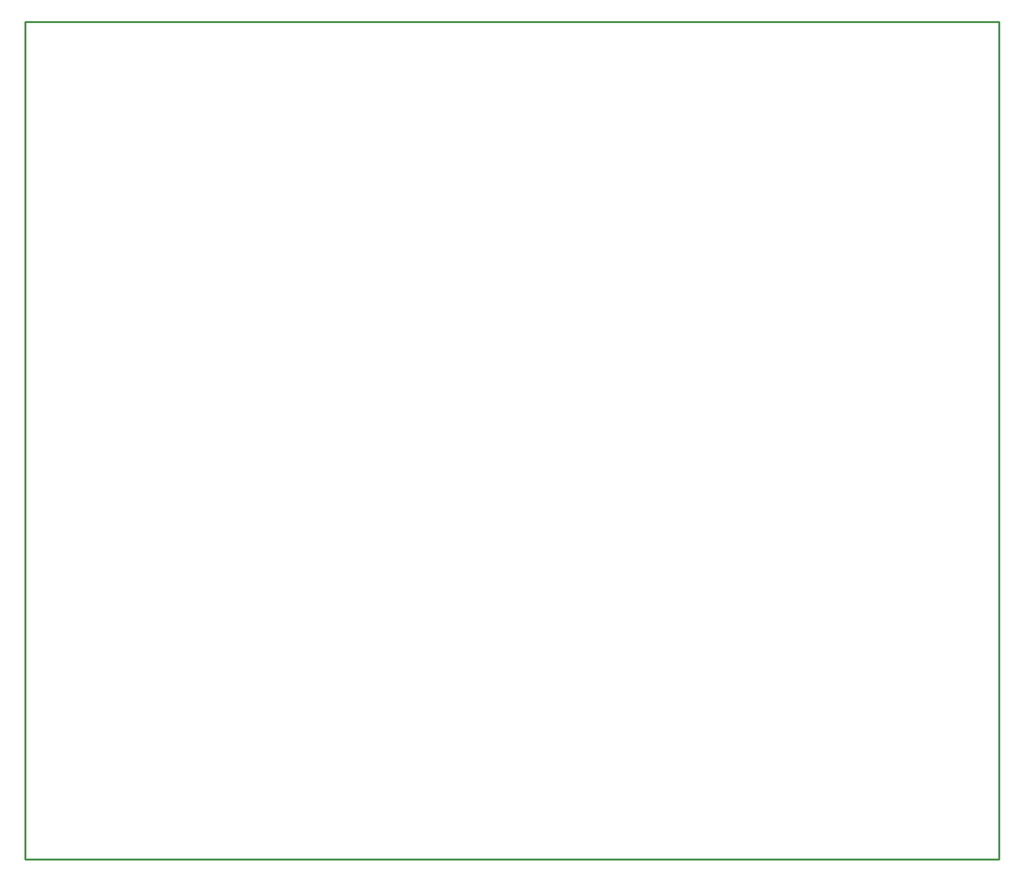
<source format=gko>
%FSLAX25Y25*%
%MOIN*%
G70*
G01*
G75*
G04 Layer_Color=16711935*
%ADD10R,0.11811X0.03543*%
%ADD11R,0.03543X0.11811*%
%ADD12R,0.05118X0.03937*%
%ADD13R,0.09449X0.02362*%
%ADD14O,0.09449X0.02362*%
%ADD15R,0.04803X0.05551*%
%ADD16R,0.11811X0.15748*%
%ADD17R,0.03937X0.05118*%
%ADD18O,0.02362X0.08661*%
%ADD19R,0.05551X0.04803*%
%ADD20R,0.05118X0.04724*%
%ADD21R,0.08268X0.05512*%
%ADD22R,0.08268X0.08268*%
%ADD23R,0.04331X0.08268*%
%ADD24R,0.08071X0.04528*%
%ADD25R,0.04724X0.02559*%
%ADD26C,0.01000*%
%ADD27C,0.02500*%
%ADD28C,0.02000*%
%ADD29C,0.03000*%
%ADD30C,0.05906*%
%ADD31R,0.05906X0.05906*%
%ADD32R,0.05906X0.05906*%
%ADD33C,0.07874*%
%ADD34C,0.06299*%
%ADD35C,0.05906*%
%ADD36C,0.05000*%
%ADD37C,0.27559*%
%ADD38R,0.12611X0.04343*%
%ADD39R,0.04343X0.12611*%
%ADD40R,0.05918X0.04737*%
%ADD41R,0.10249X0.03162*%
%ADD42O,0.10249X0.03162*%
%ADD43R,0.05603X0.06351*%
%ADD44R,0.12611X0.16548*%
%ADD45R,0.04737X0.05918*%
%ADD46O,0.03162X0.09461*%
%ADD47R,0.06351X0.05603*%
%ADD48R,0.05918X0.05524*%
%ADD49R,0.09068X0.06312*%
%ADD50R,0.09068X0.09068*%
%ADD51R,0.05131X0.09068*%
%ADD52R,0.08871X0.05328*%
%ADD53R,0.05524X0.03359*%
%ADD54C,0.06706*%
%ADD55R,0.06706X0.06706*%
%ADD56R,0.06706X0.06706*%
%ADD57C,0.08674*%
%ADD58C,0.07099*%
%ADD59C,0.06706*%
%ADD60C,0.05800*%
%ADD61C,0.28359*%
D26*
X0Y91100D02*
X491800D01*
Y514400D01*
X0D02*
X491800D01*
X0Y91100D02*
Y514400D01*
M02*

</source>
